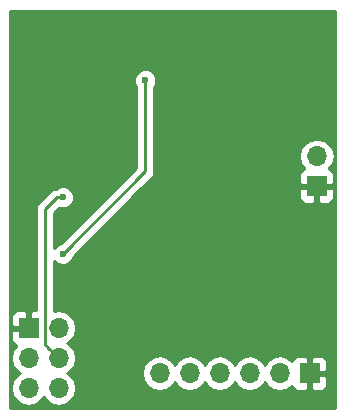
<source format=gbr>
G04 #@! TF.FileFunction,Copper,L2,Bot,Signal*
%FSLAX46Y46*%
G04 Gerber Fmt 4.6, Leading zero omitted, Abs format (unit mm)*
G04 Created by KiCad (PCBNEW 4.0.6) date 12/07/17 13:55:48*
%MOMM*%
%LPD*%
G01*
G04 APERTURE LIST*
%ADD10C,0.100000*%
%ADD11R,1.700000X1.700000*%
%ADD12O,1.700000X1.700000*%
%ADD13C,0.600000*%
%ADD14C,0.250000*%
%ADD15C,0.254000*%
G04 APERTURE END LIST*
D10*
D11*
X159100000Y-102400000D03*
D12*
X156560000Y-102400000D03*
X154020000Y-102400000D03*
X151480000Y-102400000D03*
X148940000Y-102400000D03*
X146400000Y-102400000D03*
D11*
X135300000Y-98560000D03*
D12*
X137840000Y-98560000D03*
X135300000Y-101100000D03*
X137840000Y-101100000D03*
X135300000Y-103640000D03*
X137840000Y-103640000D03*
D11*
X159700000Y-86540000D03*
D12*
X159700000Y-84000000D03*
D13*
X154300000Y-80800000D03*
X159300000Y-79000000D03*
X146300000Y-77700000D03*
X149200000Y-87100000D03*
X138200000Y-90700000D03*
X135500000Y-86300000D03*
X146700000Y-89900000D03*
X146700000Y-91500000D03*
X149300000Y-92100000D03*
X154300000Y-95950000D03*
X151500000Y-74900000D03*
X156400000Y-73400000D03*
X138200000Y-87500000D03*
X138200000Y-92300000D03*
X145200000Y-77600000D03*
D14*
X138200000Y-87500000D02*
X137675000Y-87500000D01*
X137675000Y-87500000D02*
X136664999Y-88510001D01*
X136664999Y-88510001D02*
X136664999Y-99924999D01*
X136990001Y-100250001D02*
X137840000Y-101100000D01*
X136664999Y-99924999D02*
X136990001Y-100250001D01*
X145200000Y-77600000D02*
X145200000Y-85300000D01*
X145200000Y-85300000D02*
X138200000Y-92300000D01*
D15*
G36*
X161290000Y-105290000D02*
X133710000Y-105290000D01*
X133710000Y-101100000D01*
X133785907Y-101100000D01*
X133898946Y-101668285D01*
X134220853Y-102150054D01*
X134550026Y-102370000D01*
X134220853Y-102589946D01*
X133898946Y-103071715D01*
X133785907Y-103640000D01*
X133898946Y-104208285D01*
X134220853Y-104690054D01*
X134702622Y-105011961D01*
X135270907Y-105125000D01*
X135329093Y-105125000D01*
X135897378Y-105011961D01*
X136379147Y-104690054D01*
X136570000Y-104404422D01*
X136760853Y-104690054D01*
X137242622Y-105011961D01*
X137810907Y-105125000D01*
X137869093Y-105125000D01*
X138437378Y-105011961D01*
X138919147Y-104690054D01*
X139241054Y-104208285D01*
X139354093Y-103640000D01*
X139241054Y-103071715D01*
X138919147Y-102589946D01*
X138591332Y-102370907D01*
X144915000Y-102370907D01*
X144915000Y-102429093D01*
X145028039Y-102997378D01*
X145349946Y-103479147D01*
X145831715Y-103801054D01*
X146400000Y-103914093D01*
X146968285Y-103801054D01*
X147450054Y-103479147D01*
X147670000Y-103149974D01*
X147889946Y-103479147D01*
X148371715Y-103801054D01*
X148940000Y-103914093D01*
X149508285Y-103801054D01*
X149990054Y-103479147D01*
X150210000Y-103149974D01*
X150429946Y-103479147D01*
X150911715Y-103801054D01*
X151480000Y-103914093D01*
X152048285Y-103801054D01*
X152530054Y-103479147D01*
X152750000Y-103149974D01*
X152969946Y-103479147D01*
X153451715Y-103801054D01*
X154020000Y-103914093D01*
X154588285Y-103801054D01*
X155070054Y-103479147D01*
X155290000Y-103149974D01*
X155509946Y-103479147D01*
X155991715Y-103801054D01*
X156560000Y-103914093D01*
X157128285Y-103801054D01*
X157610054Y-103479147D01*
X157639403Y-103435223D01*
X157711673Y-103609698D01*
X157890301Y-103788327D01*
X158123690Y-103885000D01*
X158814250Y-103885000D01*
X158973000Y-103726250D01*
X158973000Y-102527000D01*
X159227000Y-102527000D01*
X159227000Y-103726250D01*
X159385750Y-103885000D01*
X160076310Y-103885000D01*
X160309699Y-103788327D01*
X160488327Y-103609698D01*
X160585000Y-103376309D01*
X160585000Y-102685750D01*
X160426250Y-102527000D01*
X159227000Y-102527000D01*
X158973000Y-102527000D01*
X158953000Y-102527000D01*
X158953000Y-102273000D01*
X158973000Y-102273000D01*
X158973000Y-101073750D01*
X159227000Y-101073750D01*
X159227000Y-102273000D01*
X160426250Y-102273000D01*
X160585000Y-102114250D01*
X160585000Y-101423691D01*
X160488327Y-101190302D01*
X160309699Y-101011673D01*
X160076310Y-100915000D01*
X159385750Y-100915000D01*
X159227000Y-101073750D01*
X158973000Y-101073750D01*
X158814250Y-100915000D01*
X158123690Y-100915000D01*
X157890301Y-101011673D01*
X157711673Y-101190302D01*
X157639403Y-101364777D01*
X157610054Y-101320853D01*
X157128285Y-100998946D01*
X156560000Y-100885907D01*
X155991715Y-100998946D01*
X155509946Y-101320853D01*
X155290000Y-101650026D01*
X155070054Y-101320853D01*
X154588285Y-100998946D01*
X154020000Y-100885907D01*
X153451715Y-100998946D01*
X152969946Y-101320853D01*
X152750000Y-101650026D01*
X152530054Y-101320853D01*
X152048285Y-100998946D01*
X151480000Y-100885907D01*
X150911715Y-100998946D01*
X150429946Y-101320853D01*
X150210000Y-101650026D01*
X149990054Y-101320853D01*
X149508285Y-100998946D01*
X148940000Y-100885907D01*
X148371715Y-100998946D01*
X147889946Y-101320853D01*
X147670000Y-101650026D01*
X147450054Y-101320853D01*
X146968285Y-100998946D01*
X146400000Y-100885907D01*
X145831715Y-100998946D01*
X145349946Y-101320853D01*
X145028039Y-101802622D01*
X144915000Y-102370907D01*
X138591332Y-102370907D01*
X138589974Y-102370000D01*
X138919147Y-102150054D01*
X139241054Y-101668285D01*
X139354093Y-101100000D01*
X139241054Y-100531715D01*
X138919147Y-100049946D01*
X138589974Y-99830000D01*
X138919147Y-99610054D01*
X139241054Y-99128285D01*
X139354093Y-98560000D01*
X139241054Y-97991715D01*
X138919147Y-97509946D01*
X138437378Y-97188039D01*
X137869093Y-97075000D01*
X137810907Y-97075000D01*
X137424999Y-97151762D01*
X137424999Y-92847091D01*
X137669673Y-93092192D01*
X138013201Y-93234838D01*
X138385167Y-93235162D01*
X138728943Y-93093117D01*
X138992192Y-92830327D01*
X139134838Y-92486799D01*
X139134879Y-92439923D01*
X144749052Y-86825750D01*
X158215000Y-86825750D01*
X158215000Y-87516310D01*
X158311673Y-87749699D01*
X158490302Y-87928327D01*
X158723691Y-88025000D01*
X159414250Y-88025000D01*
X159573000Y-87866250D01*
X159573000Y-86667000D01*
X159827000Y-86667000D01*
X159827000Y-87866250D01*
X159985750Y-88025000D01*
X160676309Y-88025000D01*
X160909698Y-87928327D01*
X161088327Y-87749699D01*
X161185000Y-87516310D01*
X161185000Y-86825750D01*
X161026250Y-86667000D01*
X159827000Y-86667000D01*
X159573000Y-86667000D01*
X158373750Y-86667000D01*
X158215000Y-86825750D01*
X144749052Y-86825750D01*
X145737401Y-85837401D01*
X145902148Y-85590839D01*
X145960000Y-85300000D01*
X145960000Y-84000000D01*
X158185907Y-84000000D01*
X158298946Y-84568285D01*
X158620853Y-85050054D01*
X158664777Y-85079403D01*
X158490302Y-85151673D01*
X158311673Y-85330301D01*
X158215000Y-85563690D01*
X158215000Y-86254250D01*
X158373750Y-86413000D01*
X159573000Y-86413000D01*
X159573000Y-86393000D01*
X159827000Y-86393000D01*
X159827000Y-86413000D01*
X161026250Y-86413000D01*
X161185000Y-86254250D01*
X161185000Y-85563690D01*
X161088327Y-85330301D01*
X160909698Y-85151673D01*
X160735223Y-85079403D01*
X160779147Y-85050054D01*
X161101054Y-84568285D01*
X161214093Y-84000000D01*
X161101054Y-83431715D01*
X160779147Y-82949946D01*
X160297378Y-82628039D01*
X159729093Y-82515000D01*
X159670907Y-82515000D01*
X159102622Y-82628039D01*
X158620853Y-82949946D01*
X158298946Y-83431715D01*
X158185907Y-84000000D01*
X145960000Y-84000000D01*
X145960000Y-78162463D01*
X145992192Y-78130327D01*
X146134838Y-77786799D01*
X146135162Y-77414833D01*
X145993117Y-77071057D01*
X145730327Y-76807808D01*
X145386799Y-76665162D01*
X145014833Y-76664838D01*
X144671057Y-76806883D01*
X144407808Y-77069673D01*
X144265162Y-77413201D01*
X144264838Y-77785167D01*
X144406883Y-78128943D01*
X144440000Y-78162118D01*
X144440000Y-84985198D01*
X138060320Y-91364878D01*
X138014833Y-91364838D01*
X137671057Y-91506883D01*
X137424999Y-91752512D01*
X137424999Y-88824803D01*
X137873128Y-88376674D01*
X138013201Y-88434838D01*
X138385167Y-88435162D01*
X138728943Y-88293117D01*
X138992192Y-88030327D01*
X139134838Y-87686799D01*
X139135162Y-87314833D01*
X138993117Y-86971057D01*
X138730327Y-86707808D01*
X138386799Y-86565162D01*
X138014833Y-86564838D01*
X137671057Y-86706883D01*
X137628645Y-86749221D01*
X137384161Y-86797852D01*
X137137599Y-86962599D01*
X136127598Y-87972600D01*
X135962851Y-88219162D01*
X135904999Y-88510001D01*
X135904999Y-97075000D01*
X135585750Y-97075000D01*
X135427000Y-97233750D01*
X135427000Y-98433000D01*
X135447000Y-98433000D01*
X135447000Y-98687000D01*
X135427000Y-98687000D01*
X135427000Y-98707000D01*
X135173000Y-98707000D01*
X135173000Y-98687000D01*
X133973750Y-98687000D01*
X133815000Y-98845750D01*
X133815000Y-99536310D01*
X133911673Y-99769699D01*
X134090302Y-99948327D01*
X134264777Y-100020597D01*
X134220853Y-100049946D01*
X133898946Y-100531715D01*
X133785907Y-101100000D01*
X133710000Y-101100000D01*
X133710000Y-97583690D01*
X133815000Y-97583690D01*
X133815000Y-98274250D01*
X133973750Y-98433000D01*
X135173000Y-98433000D01*
X135173000Y-97233750D01*
X135014250Y-97075000D01*
X134323691Y-97075000D01*
X134090302Y-97171673D01*
X133911673Y-97350301D01*
X133815000Y-97583690D01*
X133710000Y-97583690D01*
X133710000Y-71710000D01*
X161290000Y-71710000D01*
X161290000Y-105290000D01*
X161290000Y-105290000D01*
G37*
X161290000Y-105290000D02*
X133710000Y-105290000D01*
X133710000Y-101100000D01*
X133785907Y-101100000D01*
X133898946Y-101668285D01*
X134220853Y-102150054D01*
X134550026Y-102370000D01*
X134220853Y-102589946D01*
X133898946Y-103071715D01*
X133785907Y-103640000D01*
X133898946Y-104208285D01*
X134220853Y-104690054D01*
X134702622Y-105011961D01*
X135270907Y-105125000D01*
X135329093Y-105125000D01*
X135897378Y-105011961D01*
X136379147Y-104690054D01*
X136570000Y-104404422D01*
X136760853Y-104690054D01*
X137242622Y-105011961D01*
X137810907Y-105125000D01*
X137869093Y-105125000D01*
X138437378Y-105011961D01*
X138919147Y-104690054D01*
X139241054Y-104208285D01*
X139354093Y-103640000D01*
X139241054Y-103071715D01*
X138919147Y-102589946D01*
X138591332Y-102370907D01*
X144915000Y-102370907D01*
X144915000Y-102429093D01*
X145028039Y-102997378D01*
X145349946Y-103479147D01*
X145831715Y-103801054D01*
X146400000Y-103914093D01*
X146968285Y-103801054D01*
X147450054Y-103479147D01*
X147670000Y-103149974D01*
X147889946Y-103479147D01*
X148371715Y-103801054D01*
X148940000Y-103914093D01*
X149508285Y-103801054D01*
X149990054Y-103479147D01*
X150210000Y-103149974D01*
X150429946Y-103479147D01*
X150911715Y-103801054D01*
X151480000Y-103914093D01*
X152048285Y-103801054D01*
X152530054Y-103479147D01*
X152750000Y-103149974D01*
X152969946Y-103479147D01*
X153451715Y-103801054D01*
X154020000Y-103914093D01*
X154588285Y-103801054D01*
X155070054Y-103479147D01*
X155290000Y-103149974D01*
X155509946Y-103479147D01*
X155991715Y-103801054D01*
X156560000Y-103914093D01*
X157128285Y-103801054D01*
X157610054Y-103479147D01*
X157639403Y-103435223D01*
X157711673Y-103609698D01*
X157890301Y-103788327D01*
X158123690Y-103885000D01*
X158814250Y-103885000D01*
X158973000Y-103726250D01*
X158973000Y-102527000D01*
X159227000Y-102527000D01*
X159227000Y-103726250D01*
X159385750Y-103885000D01*
X160076310Y-103885000D01*
X160309699Y-103788327D01*
X160488327Y-103609698D01*
X160585000Y-103376309D01*
X160585000Y-102685750D01*
X160426250Y-102527000D01*
X159227000Y-102527000D01*
X158973000Y-102527000D01*
X158953000Y-102527000D01*
X158953000Y-102273000D01*
X158973000Y-102273000D01*
X158973000Y-101073750D01*
X159227000Y-101073750D01*
X159227000Y-102273000D01*
X160426250Y-102273000D01*
X160585000Y-102114250D01*
X160585000Y-101423691D01*
X160488327Y-101190302D01*
X160309699Y-101011673D01*
X160076310Y-100915000D01*
X159385750Y-100915000D01*
X159227000Y-101073750D01*
X158973000Y-101073750D01*
X158814250Y-100915000D01*
X158123690Y-100915000D01*
X157890301Y-101011673D01*
X157711673Y-101190302D01*
X157639403Y-101364777D01*
X157610054Y-101320853D01*
X157128285Y-100998946D01*
X156560000Y-100885907D01*
X155991715Y-100998946D01*
X155509946Y-101320853D01*
X155290000Y-101650026D01*
X155070054Y-101320853D01*
X154588285Y-100998946D01*
X154020000Y-100885907D01*
X153451715Y-100998946D01*
X152969946Y-101320853D01*
X152750000Y-101650026D01*
X152530054Y-101320853D01*
X152048285Y-100998946D01*
X151480000Y-100885907D01*
X150911715Y-100998946D01*
X150429946Y-101320853D01*
X150210000Y-101650026D01*
X149990054Y-101320853D01*
X149508285Y-100998946D01*
X148940000Y-100885907D01*
X148371715Y-100998946D01*
X147889946Y-101320853D01*
X147670000Y-101650026D01*
X147450054Y-101320853D01*
X146968285Y-100998946D01*
X146400000Y-100885907D01*
X145831715Y-100998946D01*
X145349946Y-101320853D01*
X145028039Y-101802622D01*
X144915000Y-102370907D01*
X138591332Y-102370907D01*
X138589974Y-102370000D01*
X138919147Y-102150054D01*
X139241054Y-101668285D01*
X139354093Y-101100000D01*
X139241054Y-100531715D01*
X138919147Y-100049946D01*
X138589974Y-99830000D01*
X138919147Y-99610054D01*
X139241054Y-99128285D01*
X139354093Y-98560000D01*
X139241054Y-97991715D01*
X138919147Y-97509946D01*
X138437378Y-97188039D01*
X137869093Y-97075000D01*
X137810907Y-97075000D01*
X137424999Y-97151762D01*
X137424999Y-92847091D01*
X137669673Y-93092192D01*
X138013201Y-93234838D01*
X138385167Y-93235162D01*
X138728943Y-93093117D01*
X138992192Y-92830327D01*
X139134838Y-92486799D01*
X139134879Y-92439923D01*
X144749052Y-86825750D01*
X158215000Y-86825750D01*
X158215000Y-87516310D01*
X158311673Y-87749699D01*
X158490302Y-87928327D01*
X158723691Y-88025000D01*
X159414250Y-88025000D01*
X159573000Y-87866250D01*
X159573000Y-86667000D01*
X159827000Y-86667000D01*
X159827000Y-87866250D01*
X159985750Y-88025000D01*
X160676309Y-88025000D01*
X160909698Y-87928327D01*
X161088327Y-87749699D01*
X161185000Y-87516310D01*
X161185000Y-86825750D01*
X161026250Y-86667000D01*
X159827000Y-86667000D01*
X159573000Y-86667000D01*
X158373750Y-86667000D01*
X158215000Y-86825750D01*
X144749052Y-86825750D01*
X145737401Y-85837401D01*
X145902148Y-85590839D01*
X145960000Y-85300000D01*
X145960000Y-84000000D01*
X158185907Y-84000000D01*
X158298946Y-84568285D01*
X158620853Y-85050054D01*
X158664777Y-85079403D01*
X158490302Y-85151673D01*
X158311673Y-85330301D01*
X158215000Y-85563690D01*
X158215000Y-86254250D01*
X158373750Y-86413000D01*
X159573000Y-86413000D01*
X159573000Y-86393000D01*
X159827000Y-86393000D01*
X159827000Y-86413000D01*
X161026250Y-86413000D01*
X161185000Y-86254250D01*
X161185000Y-85563690D01*
X161088327Y-85330301D01*
X160909698Y-85151673D01*
X160735223Y-85079403D01*
X160779147Y-85050054D01*
X161101054Y-84568285D01*
X161214093Y-84000000D01*
X161101054Y-83431715D01*
X160779147Y-82949946D01*
X160297378Y-82628039D01*
X159729093Y-82515000D01*
X159670907Y-82515000D01*
X159102622Y-82628039D01*
X158620853Y-82949946D01*
X158298946Y-83431715D01*
X158185907Y-84000000D01*
X145960000Y-84000000D01*
X145960000Y-78162463D01*
X145992192Y-78130327D01*
X146134838Y-77786799D01*
X146135162Y-77414833D01*
X145993117Y-77071057D01*
X145730327Y-76807808D01*
X145386799Y-76665162D01*
X145014833Y-76664838D01*
X144671057Y-76806883D01*
X144407808Y-77069673D01*
X144265162Y-77413201D01*
X144264838Y-77785167D01*
X144406883Y-78128943D01*
X144440000Y-78162118D01*
X144440000Y-84985198D01*
X138060320Y-91364878D01*
X138014833Y-91364838D01*
X137671057Y-91506883D01*
X137424999Y-91752512D01*
X137424999Y-88824803D01*
X137873128Y-88376674D01*
X138013201Y-88434838D01*
X138385167Y-88435162D01*
X138728943Y-88293117D01*
X138992192Y-88030327D01*
X139134838Y-87686799D01*
X139135162Y-87314833D01*
X138993117Y-86971057D01*
X138730327Y-86707808D01*
X138386799Y-86565162D01*
X138014833Y-86564838D01*
X137671057Y-86706883D01*
X137628645Y-86749221D01*
X137384161Y-86797852D01*
X137137599Y-86962599D01*
X136127598Y-87972600D01*
X135962851Y-88219162D01*
X135904999Y-88510001D01*
X135904999Y-97075000D01*
X135585750Y-97075000D01*
X135427000Y-97233750D01*
X135427000Y-98433000D01*
X135447000Y-98433000D01*
X135447000Y-98687000D01*
X135427000Y-98687000D01*
X135427000Y-98707000D01*
X135173000Y-98707000D01*
X135173000Y-98687000D01*
X133973750Y-98687000D01*
X133815000Y-98845750D01*
X133815000Y-99536310D01*
X133911673Y-99769699D01*
X134090302Y-99948327D01*
X134264777Y-100020597D01*
X134220853Y-100049946D01*
X133898946Y-100531715D01*
X133785907Y-101100000D01*
X133710000Y-101100000D01*
X133710000Y-97583690D01*
X133815000Y-97583690D01*
X133815000Y-98274250D01*
X133973750Y-98433000D01*
X135173000Y-98433000D01*
X135173000Y-97233750D01*
X135014250Y-97075000D01*
X134323691Y-97075000D01*
X134090302Y-97171673D01*
X133911673Y-97350301D01*
X133815000Y-97583690D01*
X133710000Y-97583690D01*
X133710000Y-71710000D01*
X161290000Y-71710000D01*
X161290000Y-105290000D01*
M02*

</source>
